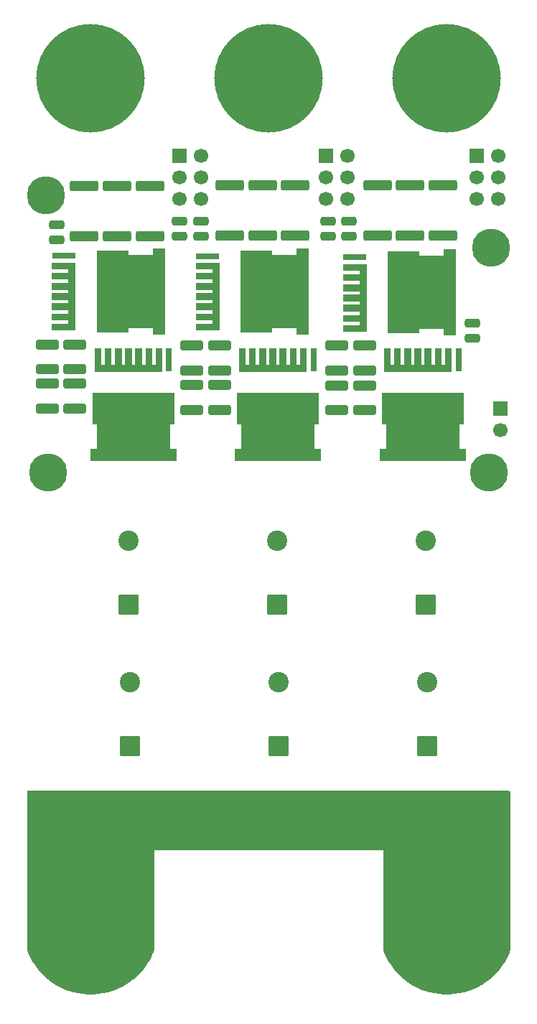
<source format=gbr>
%TF.GenerationSoftware,KiCad,Pcbnew,9.0.3*%
%TF.CreationDate,2025-08-23T20:27:24-03:00*%
%TF.ProjectId,Torq150A,546f7271-3135-4304-912e-6b696361645f,rev?*%
%TF.SameCoordinates,Original*%
%TF.FileFunction,Soldermask,Top*%
%TF.FilePolarity,Negative*%
%FSLAX46Y46*%
G04 Gerber Fmt 4.6, Leading zero omitted, Abs format (unit mm)*
G04 Created by KiCad (PCBNEW 9.0.3) date 2025-08-23 20:27:24*
%MOMM*%
%LPD*%
G01*
G04 APERTURE LIST*
G04 Aperture macros list*
%AMRoundRect*
0 Rectangle with rounded corners*
0 $1 Rounding radius*
0 $2 $3 $4 $5 $6 $7 $8 $9 X,Y pos of 4 corners*
0 Add a 4 corners polygon primitive as box body*
4,1,4,$2,$3,$4,$5,$6,$7,$8,$9,$2,$3,0*
0 Add four circle primitives for the rounded corners*
1,1,$1+$1,$2,$3*
1,1,$1+$1,$4,$5*
1,1,$1+$1,$6,$7*
1,1,$1+$1,$8,$9*
0 Add four rect primitives between the rounded corners*
20,1,$1+$1,$2,$3,$4,$5,0*
20,1,$1+$1,$4,$5,$6,$7,0*
20,1,$1+$1,$6,$7,$8,$9,0*
20,1,$1+$1,$8,$9,$2,$3,0*%
%AMFreePoly0*
4,1,30,0.400000,-4.000000,-0.400000,-4.000000,-2.400000,-4.000000,-2.400000,-3.200000,-0.400000,-3.200000,-0.400000,-2.800000,-2.400000,-2.800000,-2.400000,-2.000000,-0.400000,-2.000000,-0.400000,-1.600000,-2.400000,-1.600000,-2.400000,-0.800000,-0.400000,-0.800000,-0.400000,-0.400000,-2.400000,-0.400000,-2.400000,0.400000,-0.400000,0.400000,-0.400000,0.800000,-2.400000,0.800000,-2.400000,1.600000,
-0.400000,1.600000,-0.400000,2.000000,-2.400000,2.000000,-2.400000,2.800000,-0.400000,2.800000,-0.400000,3.200000,-2.400000,3.200000,-2.400000,4.000000,0.400000,4.000000,0.400000,-4.000000,0.400000,-4.000000,$1*%
%AMFreePoly1*
4,1,13,2.850000,-5.050000,1.450000,-5.050000,1.450000,-4.350000,-1.450000,-4.350000,-1.450000,-4.850000,-5.150000,-4.850000,-5.150000,4.850000,-1.450000,4.850000,-1.450000,4.350000,1.450000,4.350000,1.450000,5.050000,2.850000,5.050000,2.850000,-5.050000,2.850000,-5.050000,$1*%
G04 Aperture macros list end*
%ADD10RoundRect,0.250000X1.100000X-0.325000X1.100000X0.325000X-1.100000X0.325000X-1.100000X-0.325000X0*%
%ADD11R,1.700000X1.700000*%
%ADD12C,1.700000*%
%ADD13RoundRect,0.250000X-0.640000X0.260000X-0.640000X-0.260000X0.640000X-0.260000X0.640000X0.260000X0*%
%ADD14RoundRect,0.250000X0.640000X-0.260000X0.640000X0.260000X-0.640000X0.260000X-0.640000X-0.260000X0*%
%ADD15RoundRect,0.250000X-1.425000X0.362500X-1.425000X-0.362500X1.425000X-0.362500X1.425000X0.362500X0*%
%ADD16C,0.900000*%
%ADD17C,12.800000*%
%ADD18RoundRect,0.250001X0.949999X-0.949999X0.949999X0.949999X-0.949999X0.949999X-0.949999X-0.949999X0*%
%ADD19C,2.400000*%
%ADD20C,4.500000*%
%ADD21R,2.800000X0.800000*%
%ADD22FreePoly0,0.000000*%
%ADD23FreePoly1,0.000000*%
%ADD24R,0.800000X2.800000*%
%ADD25FreePoly0,270.000000*%
%ADD26FreePoly1,270.000000*%
G04 APERTURE END LIST*
D10*
%TO.C,C2*%
X155150000Y-63550000D03*
X155150000Y-60600000D03*
%TD*%
%TO.C,C7*%
X186050000Y-68375000D03*
X186050000Y-65425000D03*
%TD*%
D11*
%TO.C,J4*%
X205300000Y-68210000D03*
D12*
X205300000Y-70750000D03*
%TD*%
D13*
%TO.C,FB4*%
X202000000Y-58110000D03*
X202000000Y-59890000D03*
%TD*%
D14*
%TO.C,FB5*%
X187500000Y-47890000D03*
X187500000Y-46110000D03*
%TD*%
D11*
%TO.C,J2*%
X184725000Y-38410000D03*
D12*
X187265000Y-38410000D03*
X184725000Y-40950000D03*
X187265000Y-40950000D03*
X184725000Y-43490000D03*
X187265000Y-43490000D03*
%TD*%
D15*
%TO.C,R23*%
X194700000Y-41875000D03*
X194700000Y-47800000D03*
%TD*%
D10*
%TO.C,C5*%
X172200000Y-68350000D03*
X172200000Y-65400000D03*
%TD*%
D16*
%TO.C,H7*%
X152200000Y-29250000D03*
X153605887Y-25855887D03*
X153605887Y-32644113D03*
X157000000Y-24450000D03*
D17*
X157000000Y-29250000D03*
D16*
X157000000Y-34050000D03*
X160394113Y-25855887D03*
X160394113Y-32644113D03*
X161800000Y-29250000D03*
%TD*%
D18*
%TO.C,C17*%
X179150000Y-107950000D03*
D19*
X179150000Y-100450000D03*
%TD*%
D20*
%TO.C,H4*%
X152000000Y-75750000D03*
%TD*%
D18*
%TO.C,C20*%
X179000000Y-91250000D03*
D19*
X179000000Y-83750000D03*
%TD*%
D10*
%TO.C,C1*%
X151900000Y-68150000D03*
X151900000Y-65200000D03*
%TD*%
D14*
%TO.C,FB3*%
X153000000Y-48280000D03*
X153000000Y-46500000D03*
%TD*%
D18*
%TO.C,C18*%
X196700000Y-107950000D03*
D19*
X196700000Y-100450000D03*
%TD*%
D21*
%TO.C,Q6*%
X170820000Y-50200000D03*
D22*
X171820000Y-55000000D03*
D23*
X179870000Y-54400000D03*
%TD*%
D15*
%TO.C,R27*%
X156250000Y-41900000D03*
X156250000Y-47825000D03*
%TD*%
D13*
%TO.C,FB6*%
X185000000Y-46110000D03*
X185000000Y-47890000D03*
%TD*%
D10*
%TO.C,C8*%
X151900000Y-63550000D03*
X151900000Y-60600000D03*
%TD*%
D15*
%TO.C,R22*%
X198550000Y-41875000D03*
X198550000Y-47800000D03*
%TD*%
D11*
%TO.C,J3*%
X202560000Y-38370000D03*
D12*
X205100000Y-38370000D03*
X202560000Y-40910000D03*
X205100000Y-40910000D03*
X202560000Y-43450000D03*
X205100000Y-43450000D03*
%TD*%
D15*
%TO.C,R21*%
X173450000Y-41837500D03*
X173450000Y-47762500D03*
%TD*%
D24*
%TO.C,Q3*%
X200400000Y-62400000D03*
D25*
X195600000Y-63400000D03*
D26*
X196200000Y-71450000D03*
%TD*%
D15*
%TO.C,R26*%
X160150000Y-41900000D03*
X160150000Y-47825000D03*
%TD*%
%TO.C,R25*%
X164050000Y-41900000D03*
X164050000Y-47825000D03*
%TD*%
D24*
%TO.C,Q5*%
X183300000Y-62400000D03*
D25*
X178500000Y-63400000D03*
D26*
X179100000Y-71450000D03*
%TD*%
D18*
%TO.C,C21*%
X196550000Y-91250000D03*
D19*
X196550000Y-83750000D03*
%TD*%
D15*
%TO.C,R20*%
X177310000Y-41837500D03*
X177310000Y-47762500D03*
%TD*%
D20*
%TO.C,H1*%
X204250000Y-49250000D03*
%TD*%
D10*
%TO.C,C4*%
X189300000Y-63650000D03*
X189300000Y-60700000D03*
%TD*%
D16*
%TO.C,H5*%
X173200000Y-29250000D03*
X174605887Y-25855887D03*
X174605887Y-32644113D03*
X178000000Y-24450000D03*
D17*
X178000000Y-29250000D03*
D16*
X178000000Y-34050000D03*
X181394113Y-25855887D03*
X181394113Y-32644113D03*
X182800000Y-29250000D03*
%TD*%
D15*
%TO.C,R24*%
X190850000Y-41875000D03*
X190850000Y-47800000D03*
%TD*%
D24*
%TO.C,Q1*%
X166250000Y-62400000D03*
D25*
X161450000Y-63400000D03*
D26*
X162050000Y-71450000D03*
%TD*%
D10*
%TO.C,C13*%
X155150000Y-68150000D03*
X155150000Y-65200000D03*
%TD*%
D14*
%TO.C,FB1*%
X170000000Y-47890000D03*
X170000000Y-46110000D03*
%TD*%
D18*
%TO.C,C19*%
X161450000Y-91250000D03*
D19*
X161450000Y-83750000D03*
%TD*%
D18*
%TO.C,C16*%
X161600000Y-107950000D03*
D19*
X161600000Y-100450000D03*
%TD*%
D10*
%TO.C,C6*%
X186050000Y-63650000D03*
X186050000Y-60700000D03*
%TD*%
D16*
%TO.C,H8*%
X152200000Y-129250000D03*
X153605887Y-125855887D03*
X153605887Y-132644113D03*
X157000000Y-124450000D03*
D17*
X157000000Y-129250000D03*
D16*
X157000000Y-134050000D03*
X160394113Y-125855887D03*
X160394113Y-132644113D03*
X161800000Y-129250000D03*
%TD*%
D10*
%TO.C,C3*%
X168950000Y-68350000D03*
X168950000Y-65400000D03*
%TD*%
%TO.C,C10*%
X168950000Y-63700000D03*
X168950000Y-60750000D03*
%TD*%
D20*
%TO.C,H3*%
X204000000Y-75750000D03*
%TD*%
D10*
%TO.C,C9*%
X189300000Y-68375000D03*
X189300000Y-65425000D03*
%TD*%
D21*
%TO.C,Q4*%
X188120000Y-50300000D03*
D22*
X189120000Y-55100000D03*
D23*
X197170000Y-54500000D03*
%TD*%
D21*
%TO.C,Q2*%
X153820000Y-50170000D03*
D22*
X154820000Y-54970000D03*
D23*
X162870000Y-54370000D03*
%TD*%
D10*
%TO.C,C11*%
X172200000Y-63700000D03*
X172200000Y-60750000D03*
%TD*%
D16*
%TO.C,H6*%
X194200000Y-29250000D03*
X195605887Y-25855887D03*
X195605887Y-32644113D03*
X199000000Y-24450000D03*
D17*
X199000000Y-29250000D03*
D16*
X199000000Y-34050000D03*
X202394113Y-25855887D03*
X202394113Y-32644113D03*
X203800000Y-29250000D03*
%TD*%
D20*
%TO.C,H2*%
X151750000Y-43000000D03*
%TD*%
D11*
%TO.C,J1*%
X167500000Y-38370000D03*
D12*
X170040000Y-38370000D03*
X167500000Y-40910000D03*
X170040000Y-40910000D03*
X167500000Y-43450000D03*
X170040000Y-43450000D03*
%TD*%
D16*
%TO.C,H9*%
X194200000Y-129250000D03*
X195605887Y-125855887D03*
X195605887Y-132644113D03*
X199000000Y-124450000D03*
D17*
X199000000Y-129250000D03*
D16*
X199000000Y-134050000D03*
X202394113Y-125855887D03*
X202394113Y-132644113D03*
X203800000Y-129250000D03*
%TD*%
D13*
%TO.C,FB2*%
X167500000Y-46110000D03*
X167500000Y-47890000D03*
%TD*%
D15*
%TO.C,R19*%
X181150000Y-41837500D03*
X181150000Y-47762500D03*
%TD*%
G36*
X164511980Y-119502383D02*
G01*
X164571480Y-119514218D01*
X164616179Y-119532732D01*
X164656268Y-119559518D01*
X164690481Y-119593731D01*
X164717267Y-119633820D01*
X164735781Y-119678517D01*
X164747617Y-119738017D01*
X164750000Y-119762210D01*
X164750000Y-120126000D01*
X164730315Y-120193039D01*
X164677511Y-120238794D01*
X164626000Y-120250000D01*
X164500000Y-120250000D01*
X164500000Y-132004244D01*
X164492182Y-132047577D01*
X164394938Y-132308300D01*
X164391550Y-132316479D01*
X164157925Y-132828045D01*
X164153963Y-132835960D01*
X163884425Y-133329581D01*
X163879908Y-133337193D01*
X163575861Y-133810299D01*
X163570813Y-133817570D01*
X163233771Y-134267806D01*
X163228217Y-134274699D01*
X162859917Y-134699740D01*
X162853885Y-134706218D01*
X162456218Y-135103885D01*
X162449740Y-135109917D01*
X162024699Y-135478217D01*
X162017806Y-135483771D01*
X161567570Y-135820813D01*
X161560299Y-135825861D01*
X161087193Y-136129908D01*
X161079581Y-136134425D01*
X160585960Y-136403963D01*
X160578045Y-136407925D01*
X160066479Y-136641550D01*
X160058300Y-136644938D01*
X159531349Y-136841480D01*
X159522951Y-136844275D01*
X158983330Y-137002722D01*
X158974753Y-137004911D01*
X158425210Y-137124457D01*
X158416499Y-137126029D01*
X157859814Y-137206068D01*
X157851013Y-137207014D01*
X157290048Y-137247135D01*
X157281202Y-137247451D01*
X156718798Y-137247451D01*
X156709952Y-137247135D01*
X156148986Y-137207014D01*
X156140185Y-137206068D01*
X155583500Y-137126029D01*
X155574789Y-137124457D01*
X155025246Y-137004911D01*
X155016669Y-137002722D01*
X154477048Y-136844275D01*
X154468650Y-136841480D01*
X153941699Y-136644938D01*
X153933520Y-136641550D01*
X153421954Y-136407925D01*
X153414039Y-136403963D01*
X152920418Y-136134425D01*
X152912806Y-136129908D01*
X152439700Y-135825861D01*
X152432429Y-135820813D01*
X151982193Y-135483771D01*
X151975300Y-135478217D01*
X151550259Y-135109917D01*
X151543781Y-135103885D01*
X151146114Y-134706218D01*
X151140082Y-134699740D01*
X150771782Y-134274699D01*
X150766228Y-134267806D01*
X150429186Y-133817570D01*
X150424138Y-133810299D01*
X150120091Y-133337193D01*
X150115574Y-133329581D01*
X149846036Y-132835960D01*
X149842074Y-132828045D01*
X149608449Y-132316479D01*
X149605061Y-132308300D01*
X149507818Y-132047577D01*
X149500000Y-132004244D01*
X149500000Y-119624000D01*
X149519685Y-119556961D01*
X149572489Y-119511206D01*
X149624000Y-119500000D01*
X164487789Y-119500000D01*
X164511980Y-119502383D01*
G37*
G36*
X206443039Y-113269685D02*
G01*
X206488794Y-113322489D01*
X206500000Y-113374000D01*
X206500000Y-120376000D01*
X206480315Y-120443039D01*
X206427511Y-120488794D01*
X206376000Y-120500000D01*
X191624000Y-120500000D01*
X191556961Y-120480315D01*
X191511206Y-120427511D01*
X191500000Y-120376000D01*
X191500000Y-120250000D01*
X164500000Y-120250000D01*
X164500000Y-120376000D01*
X164480315Y-120443039D01*
X164427511Y-120488794D01*
X164376000Y-120500000D01*
X149624000Y-120500000D01*
X149556961Y-120480315D01*
X149511206Y-120427511D01*
X149500000Y-120376000D01*
X149500000Y-113374000D01*
X149519685Y-113306961D01*
X149572489Y-113261206D01*
X149624000Y-113250000D01*
X206376000Y-113250000D01*
X206443039Y-113269685D01*
G37*
G36*
X206443039Y-119519685D02*
G01*
X206488794Y-119572489D01*
X206500000Y-119624000D01*
X206500000Y-132004244D01*
X206492182Y-132047577D01*
X206394938Y-132308300D01*
X206391550Y-132316479D01*
X206157925Y-132828045D01*
X206153963Y-132835960D01*
X205884425Y-133329581D01*
X205879908Y-133337193D01*
X205575861Y-133810299D01*
X205570813Y-133817570D01*
X205233771Y-134267806D01*
X205228217Y-134274699D01*
X204859917Y-134699740D01*
X204853885Y-134706218D01*
X204456218Y-135103885D01*
X204449740Y-135109917D01*
X204024699Y-135478217D01*
X204017806Y-135483771D01*
X203567570Y-135820813D01*
X203560299Y-135825861D01*
X203087193Y-136129908D01*
X203079581Y-136134425D01*
X202585960Y-136403963D01*
X202578045Y-136407925D01*
X202066479Y-136641550D01*
X202058300Y-136644938D01*
X201531349Y-136841480D01*
X201522951Y-136844275D01*
X200983330Y-137002722D01*
X200974753Y-137004911D01*
X200425210Y-137124457D01*
X200416499Y-137126029D01*
X199859814Y-137206068D01*
X199851013Y-137207014D01*
X199290048Y-137247135D01*
X199281202Y-137247451D01*
X198718798Y-137247451D01*
X198709952Y-137247135D01*
X198148986Y-137207014D01*
X198140185Y-137206068D01*
X197583500Y-137126029D01*
X197574789Y-137124457D01*
X197025246Y-137004911D01*
X197016669Y-137002722D01*
X196477048Y-136844275D01*
X196468650Y-136841480D01*
X195941699Y-136644938D01*
X195933520Y-136641550D01*
X195421954Y-136407925D01*
X195414039Y-136403963D01*
X194920418Y-136134425D01*
X194912806Y-136129908D01*
X194439700Y-135825861D01*
X194432429Y-135820813D01*
X193982193Y-135483771D01*
X193975300Y-135478217D01*
X193550259Y-135109917D01*
X193543781Y-135103885D01*
X193146114Y-134706218D01*
X193140082Y-134699740D01*
X192771782Y-134274699D01*
X192766228Y-134267806D01*
X192429186Y-133817570D01*
X192424138Y-133810299D01*
X192120091Y-133337193D01*
X192115574Y-133329581D01*
X191846036Y-132835960D01*
X191842074Y-132828045D01*
X191608449Y-132316479D01*
X191605061Y-132308300D01*
X191507818Y-132047577D01*
X191500000Y-132004244D01*
X191500000Y-120250000D01*
X191374000Y-120250000D01*
X191306961Y-120230315D01*
X191261206Y-120177511D01*
X191250000Y-120126000D01*
X191250000Y-119762210D01*
X191252383Y-119738019D01*
X191264218Y-119678519D01*
X191282732Y-119633820D01*
X191309518Y-119593731D01*
X191343731Y-119559518D01*
X191383820Y-119532732D01*
X191428520Y-119514217D01*
X191488021Y-119502382D01*
X191512211Y-119500000D01*
X206376000Y-119500000D01*
X206443039Y-119519685D01*
G37*
M02*

</source>
